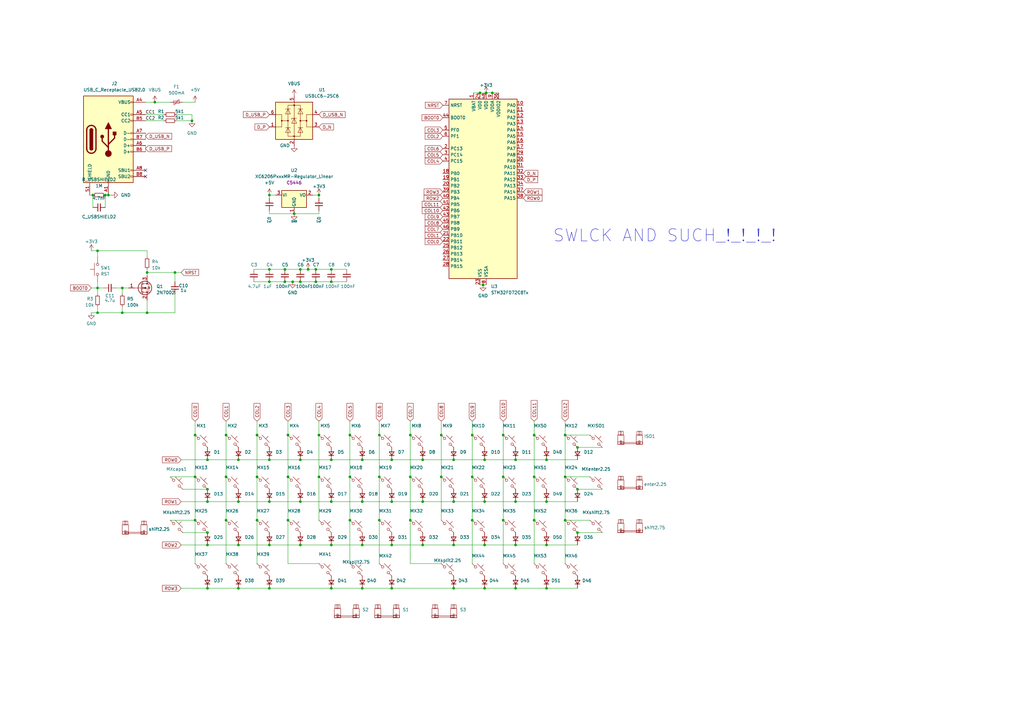
<source format=kicad_sch>
(kicad_sch (version 20230121) (generator eeschema)
  (paper "A3")
  (junction (at 148.59 223.52))
  (junction (at 92.71 213.36))
  (junction (at 193.675 178.435))
  (junction (at 206.375 213.36))
  (junction (at 186.055 205.74))
  (junction (at 105.41 213.36))
  (junction (at 123.19 205.74))
  (junction (at 40.005 118.11))
  (junction (at 231.775 195.58))
  (junction (at 123.19 188.595))
  (junction (at 160.655 241.3))
  (junction (at 160.655 205.74))
  (junction (at 211.455 241.3))
  (junction (at 211.455 205.74))
  (junction (at 196.85 38.1))
  (junction (at 224.155 188.595))
  (junction (at 236.855 183.515))
  (junction (at 224.155 223.52))
  (junction (at 148.59 205.74))
  (junction (at 60.325 128.27))
  (junction (at 236.855 218.44))
  (junction (at 92.71 195.58))
  (junction (at 92.71 178.435))
  (junction (at 224.155 205.74))
  (junction (at 135.89 223.52))
  (junction (at 85.09 200.66))
  (junction (at 135.89 110.49))
  (junction (at 40.005 102.87))
  (junction (at 135.89 205.74))
  (junction (at 135.89 115.57))
  (junction (at 118.11 213.36))
  (junction (at 198.755 205.74))
  (junction (at 143.51 195.58))
  (junction (at 50.165 128.27))
  (junction (at 129.54 115.57))
  (junction (at 38.1 80.01))
  (junction (at 85.09 218.44))
  (junction (at 40.005 128.27))
  (junction (at 110.49 188.595))
  (junction (at 198.755 223.52))
  (junction (at 198.12 116.84))
  (junction (at 198.755 241.3))
  (junction (at 198.755 188.595))
  (junction (at 219.075 178.435))
  (junction (at 110.49 241.3))
  (junction (at 135.89 241.3))
  (junction (at 123.19 223.52))
  (junction (at 186.055 241.3))
  (junction (at 206.375 195.58))
  (junction (at 129.54 110.49))
  (junction (at 211.455 188.595))
  (junction (at 206.375 178.435))
  (junction (at 180.975 195.58))
  (junction (at 180.975 178.435))
  (junction (at 193.675 195.58))
  (junction (at 80.01 195.58))
  (junction (at 110.49 223.52))
  (junction (at 130.81 195.58))
  (junction (at 130.81 178.435))
  (junction (at 231.775 178.435))
  (junction (at 105.41 195.58))
  (junction (at 116.84 110.49))
  (junction (at 44.45 80.01))
  (junction (at 120.65 87.63) (diameter 0.9144))
  (junction (at 143.51 213.36))
  (junction (at 148.59 241.3))
  (junction (at 143.51 178.435))
  (junction (at 97.79 205.74))
  (junction (at 173.355 223.52))
  (junction (at 123.19 110.49))
  (junction (at 60.325 111.76))
  (junction (at 85.09 188.595))
  (junction (at 155.575 213.36))
  (junction (at 173.355 205.74))
  (junction (at 199.39 38.1))
  (junction (at 63.5 41.91))
  (junction (at 110.49 110.49))
  (junction (at 231.775 213.36))
  (junction (at 120.015 115.57))
  (junction (at 168.275 195.58))
  (junction (at 135.89 188.595))
  (junction (at 105.41 178.435))
  (junction (at 130.81 80.01) (diameter 0.9144))
  (junction (at 160.655 223.52))
  (junction (at 168.275 213.36))
  (junction (at 219.075 195.58))
  (junction (at 85.09 223.52))
  (junction (at 116.84 115.57))
  (junction (at 201.93 38.1))
  (junction (at 43.18 80.01))
  (junction (at 110.49 80.01) (diameter 0.9144))
  (junction (at 148.59 188.595))
  (junction (at 118.11 178.435))
  (junction (at 71.755 111.76))
  (junction (at 97.79 223.52))
  (junction (at 118.11 195.58))
  (junction (at 110.49 205.74))
  (junction (at 85.09 241.3))
  (junction (at 168.275 178.435))
  (junction (at 97.79 188.595))
  (junction (at 126.365 110.49))
  (junction (at 110.49 115.57))
  (junction (at 236.855 200.66))
  (junction (at 173.355 188.595))
  (junction (at 155.575 195.58))
  (junction (at 186.055 188.595))
  (junction (at 186.055 223.52))
  (junction (at 78.74 49.53))
  (junction (at 85.09 205.74))
  (junction (at 97.79 241.3))
  (junction (at 80.01 178.435))
  (junction (at 224.155 241.3))
  (junction (at 193.675 213.36))
  (junction (at 80.01 213.36))
  (junction (at 123.19 115.57))
  (junction (at 160.655 188.595))
  (junction (at 155.575 178.435))
  (junction (at 50.165 118.11))
  (junction (at 211.455 223.52))
  (junction (at 219.075 213.36))
  (no_connect (at 59.69 72.39))
  (no_connect (at 59.69 69.85))
  (wire (pts (xy 186.055 241.3) (xy 198.755 241.3)))
  (wire (pts (xy 123.19 223.52) (xy 135.89 223.52)))
  (wire (pts (xy 71.755 120.65) (xy 71.755 128.27)))
  (wire (pts (xy 116.84 115.57) (xy 120.015 115.57)))
  (wire (pts (xy 186.055 188.595) (xy 198.755 188.595)))
  (wire (pts (xy 43.18 80.01) (xy 43.18 85.09)))
  (wire (pts (xy 129.54 110.49) (xy 135.89 110.49)))
  (wire (pts (xy 74.93 41.91) (xy 80.01 41.91)))
  (wire (pts (xy 148.59 205.74) (xy 160.655 205.74)))
  (wire (pts (xy 37.465 102.87) (xy 40.005 102.87)))
  (wire (pts (xy 168.275 195.58) (xy 168.275 213.36)))
  (wire (pts (xy 118.11 172.72) (xy 118.11 178.435)))
  (wire (pts (xy 198.755 223.52) (xy 211.455 223.52)))
  (wire (pts (xy 105.41 195.58) (xy 105.41 213.36)))
  (wire (pts (xy 135.89 188.595) (xy 148.59 188.595)))
  (wire (pts (xy 186.055 223.52) (xy 198.755 223.52)))
  (wire (pts (xy 126.365 110.49) (xy 129.54 110.49)))
  (wire (pts (xy 211.455 188.595) (xy 224.155 188.595)))
  (wire (pts (xy 80.01 213.36) (xy 80.01 231.14)))
  (wire (pts (xy 120.015 115.57) (xy 123.19 115.57)))
  (wire (pts (xy 60.325 123.19) (xy 60.325 128.27)))
  (wire (pts (xy 80.01 178.435) (xy 80.01 195.58)))
  (wire (pts (xy 110.49 110.49) (xy 116.84 110.49)))
  (wire (pts (xy 74.93 218.44) (xy 85.09 218.44)))
  (wire (pts (xy 97.79 223.52) (xy 110.49 223.52)))
  (wire (pts (xy 173.355 188.595) (xy 186.055 188.595)))
  (wire (pts (xy 43.18 80.01) (xy 44.45 80.01)))
  (wire (pts (xy 148.59 241.3) (xy 160.655 241.3)))
  (wire (pts (xy 160.655 223.52) (xy 173.355 223.52)))
  (wire (pts (xy 40.005 128.27) (xy 50.165 128.27)))
  (wire (pts (xy 74.295 223.52) (xy 85.09 223.52)))
  (wire (pts (xy 224.155 188.595) (xy 236.855 188.595)))
  (wire (pts (xy 60.325 128.27) (xy 71.755 128.27)))
  (wire (pts (xy 130.81 86.36) (xy 130.81 87.63)))
  (wire (pts (xy 129.54 115.57) (xy 135.89 115.57)))
  (wire (pts (xy 236.855 200.66) (xy 247.015 200.66)))
  (wire (pts (xy 74.295 205.74) (xy 85.09 205.74)))
  (wire (pts (xy 130.81 178.435) (xy 130.81 195.58)))
  (wire (pts (xy 110.49 188.595) (xy 123.19 188.595)))
  (wire (pts (xy 110.49 86.36) (xy 110.49 87.63)))
  (wire (pts (xy 231.775 172.72) (xy 231.775 178.435)))
  (wire (pts (xy 236.855 218.44) (xy 247.015 218.44)))
  (wire (pts (xy 224.155 223.52) (xy 236.855 223.52)))
  (wire (pts (xy 148.59 188.595) (xy 160.655 188.595)))
  (wire (pts (xy 40.005 102.87) (xy 40.005 105.41)))
  (wire (pts (xy 155.575 213.36) (xy 155.575 231.14)))
  (wire (pts (xy 92.71 195.58) (xy 92.71 213.36)))
  (wire (pts (xy 116.84 110.49) (xy 123.19 110.49)))
  (wire (pts (xy 193.675 195.58) (xy 193.675 213.36)))
  (wire (pts (xy 85.09 205.74) (xy 97.79 205.74)))
  (wire (pts (xy 194.31 38.1) (xy 196.85 38.1)))
  (wire (pts (xy 193.675 178.435) (xy 193.675 195.58)))
  (wire (pts (xy 59.69 41.91) (xy 63.5 41.91)))
  (wire (pts (xy 118.11 178.435) (xy 118.11 195.58)))
  (wire (pts (xy 160.655 241.3) (xy 186.055 241.3)))
  (wire (pts (xy 143.51 195.58) (xy 143.51 213.36)))
  (wire (pts (xy 148.59 223.52) (xy 160.655 223.52)))
  (wire (pts (xy 97.79 241.3) (xy 110.49 241.3)))
  (wire (pts (xy 104.14 110.49) (xy 110.49 110.49)))
  (wire (pts (xy 193.675 172.72) (xy 193.675 178.435)))
  (wire (pts (xy 69.85 195.58) (xy 80.01 195.58)))
  (wire (pts (xy 199.39 38.1) (xy 201.93 38.1)))
  (wire (pts (xy 118.11 231.14) (xy 130.81 231.14)))
  (wire (pts (xy 50.165 128.27) (xy 60.325 128.27)))
  (wire (pts (xy 110.49 80.01) (xy 110.49 81.28)))
  (wire (pts (xy 110.49 115.57) (xy 116.84 115.57)))
  (wire (pts (xy 130.81 195.58) (xy 130.81 213.36)))
  (wire (pts (xy 120.65 87.63) (xy 130.81 87.63)))
  (wire (pts (xy 40.005 125.73) (xy 40.005 128.27)))
  (wire (pts (xy 60.325 111.76) (xy 71.755 111.76)))
  (wire (pts (xy 211.455 241.3) (xy 224.155 241.3)))
  (wire (pts (xy 74.295 188.595) (xy 85.09 188.595)))
  (wire (pts (xy 196.85 116.84) (xy 198.12 116.84)))
  (wire (pts (xy 92.71 178.435) (xy 92.71 195.58)))
  (wire (pts (xy 50.165 118.11) (xy 50.165 120.65)))
  (wire (pts (xy 135.89 110.49) (xy 142.24 110.49)))
  (wire (pts (xy 168.275 231.14) (xy 180.975 231.14)))
  (wire (pts (xy 110.49 223.52) (xy 123.19 223.52)))
  (wire (pts (xy 196.85 38.1) (xy 199.39 38.1)))
  (wire (pts (xy 38.1 80.01) (xy 38.1 85.09)))
  (wire (pts (xy 206.375 213.36) (xy 206.375 231.14)))
  (wire (pts (xy 37.465 118.11) (xy 40.005 118.11)))
  (wire (pts (xy 36.83 80.01) (xy 38.1 80.01)))
  (wire (pts (xy 155.575 172.72) (xy 155.575 178.435)))
  (wire (pts (xy 231.775 178.435) (xy 231.775 195.58)))
  (wire (pts (xy 59.69 54.61) (xy 59.69 57.15)))
  (wire (pts (xy 180.975 172.72) (xy 180.975 178.435)))
  (wire (pts (xy 236.855 183.515) (xy 247.015 183.515)))
  (wire (pts (xy 173.355 205.74) (xy 186.055 205.74)))
  (wire (pts (xy 231.775 213.36) (xy 241.935 213.36)))
  (wire (pts (xy 59.69 49.53) (xy 67.31 49.53)))
  (wire (pts (xy 85.09 241.3) (xy 97.79 241.3)))
  (wire (pts (xy 60.325 102.87) (xy 60.325 105.41)))
  (wire (pts (xy 206.375 178.435) (xy 206.375 195.58)))
  (wire (pts (xy 123.19 205.74) (xy 135.89 205.74)))
  (wire (pts (xy 50.165 118.11) (xy 52.705 118.11)))
  (wire (pts (xy 219.075 172.72) (xy 219.075 178.435)))
  (wire (pts (xy 211.455 205.74) (xy 224.155 205.74)))
  (wire (pts (xy 74.93 200.66) (xy 85.09 200.66)))
  (wire (pts (xy 219.075 195.58) (xy 219.075 213.36)))
  (wire (pts (xy 85.09 223.52) (xy 97.79 223.52)))
  (wire (pts (xy 224.155 241.3) (xy 236.855 241.3)))
  (wire (pts (xy 155.575 195.58) (xy 155.575 213.36)))
  (wire (pts (xy 72.39 46.99) (xy 78.74 46.99)))
  (wire (pts (xy 201.93 38.1) (xy 204.47 38.1)))
  (wire (pts (xy 74.295 241.3) (xy 85.09 241.3)))
  (wire (pts (xy 211.455 223.52) (xy 224.155 223.52)))
  (wire (pts (xy 123.19 115.57) (xy 129.54 115.57)))
  (wire (pts (xy 155.575 178.435) (xy 155.575 195.58)))
  (wire (pts (xy 231.775 178.435) (xy 241.935 178.435)))
  (wire (pts (xy 180.975 195.58) (xy 180.975 213.36)))
  (wire (pts (xy 173.355 223.52) (xy 186.055 223.52)))
  (wire (pts (xy 110.49 80.01) (xy 113.03 80.01)))
  (wire (pts (xy 78.74 46.99) (xy 78.74 49.53)))
  (wire (pts (xy 186.055 205.74) (xy 198.755 205.74)))
  (wire (pts (xy 85.09 188.595) (xy 97.79 188.595)))
  (wire (pts (xy 37.465 128.27) (xy 40.005 128.27)))
  (wire (pts (xy 104.14 115.57) (xy 110.49 115.57)))
  (wire (pts (xy 59.69 59.69) (xy 59.69 62.23)))
  (wire (pts (xy 80.01 172.72) (xy 80.01 178.435)))
  (wire (pts (xy 231.775 213.36) (xy 231.775 231.14)))
  (wire (pts (xy 231.775 195.58) (xy 231.775 213.36)))
  (wire (pts (xy 71.755 111.76) (xy 74.295 111.76)))
  (wire (pts (xy 206.375 172.72) (xy 206.375 178.435)))
  (wire (pts (xy 50.165 125.73) (xy 50.165 128.27)))
  (wire (pts (xy 92.71 172.72) (xy 92.71 178.435)))
  (wire (pts (xy 143.51 178.435) (xy 143.51 195.58)))
  (wire (pts (xy 118.11 213.36) (xy 118.11 231.14)))
  (wire (pts (xy 206.375 195.58) (xy 206.375 213.36)))
  (wire (pts (xy 123.19 188.595) (xy 135.89 188.595)))
  (wire (pts (xy 135.89 241.3) (xy 148.59 241.3)))
  (wire (pts (xy 168.275 178.435) (xy 168.275 195.58)))
  (wire (pts (xy 40.005 118.11) (xy 42.545 118.11)))
  (wire (pts (xy 118.11 195.58) (xy 118.11 213.36)))
  (wire (pts (xy 97.79 188.595) (xy 110.49 188.595)))
  (wire (pts (xy 120.65 87.63) (xy 110.49 87.63)))
  (wire (pts (xy 198.755 188.595) (xy 211.455 188.595)))
  (wire (pts (xy 40.005 115.57) (xy 40.005 118.11)))
  (wire (pts (xy 63.5 41.91) (xy 69.85 41.91)))
  (wire (pts (xy 168.275 172.72) (xy 168.275 178.435)))
  (wire (pts (xy 143.51 172.72) (xy 143.51 178.435)))
  (wire (pts (xy 60.325 110.49) (xy 60.325 111.76)))
  (wire (pts (xy 123.19 110.49) (xy 126.365 110.49)))
  (wire (pts (xy 59.69 46.99) (xy 67.31 46.99)))
  (wire (pts (xy 130.81 172.72) (xy 130.81 178.435)))
  (wire (pts (xy 40.005 102.87) (xy 60.325 102.87)))
  (wire (pts (xy 219.075 178.435) (xy 219.075 195.58)))
  (wire (pts (xy 160.655 205.74) (xy 173.355 205.74)))
  (wire (pts (xy 143.51 213.36) (xy 143.51 231.14)))
  (wire (pts (xy 110.49 241.3) (xy 135.89 241.3)))
  (wire (pts (xy 168.275 213.36) (xy 168.275 231.14)))
  (wire (pts (xy 198.12 116.84) (xy 199.39 116.84)))
  (wire (pts (xy 231.775 195.58) (xy 241.935 195.58)))
  (wire (pts (xy 72.39 49.53) (xy 78.74 49.53)))
  (wire (pts (xy 135.89 223.52) (xy 148.59 223.52)))
  (wire (pts (xy 224.155 205.74) (xy 236.855 205.74)))
  (wire (pts (xy 92.71 213.36) (xy 92.71 231.14)))
  (wire (pts (xy 135.89 115.57) (xy 142.24 115.57)))
  (wire (pts (xy 105.41 178.435) (xy 105.41 195.58)))
  (wire (pts (xy 219.075 213.36) (xy 219.075 231.14)))
  (wire (pts (xy 47.625 118.11) (xy 50.165 118.11)))
  (wire (pts (xy 60.325 111.76) (xy 60.325 113.03)))
  (wire (pts (xy 105.41 213.36) (xy 105.41 231.14)))
  (wire (pts (xy 69.85 213.36) (xy 80.01 213.36)))
  (wire (pts (xy 180.975 178.435) (xy 180.975 195.58)))
  (wire (pts (xy 110.49 205.74) (xy 123.19 205.74)))
  (wire (pts (xy 80.01 195.58) (xy 80.01 213.36)))
  (wire (pts (xy 44.45 80.01) (xy 45.72 80.01)))
  (wire (pts (xy 135.89 205.74) (xy 148.59 205.74)))
  (wire (pts (xy 198.755 241.3) (xy 211.455 241.3)))
  (wire (pts (xy 198.755 205.74) (xy 211.455 205.74)))
  (wire (pts (xy 71.755 111.76) (xy 71.755 115.57)))
  (wire (pts (xy 193.675 213.36) (xy 193.675 231.14)))
  (wire (pts (xy 130.81 80.01) (xy 130.81 81.28)))
  (wire (pts (xy 97.79 205.74) (xy 110.49 205.74)))
  (wire (pts (xy 105.41 172.72) (xy 105.41 178.435)))
  (wire (pts (xy 40.005 118.11) (xy 40.005 120.65)))
  (wire (pts (xy 128.27 80.01) (xy 130.81 80.01)))
  (wire (pts (xy 160.655 188.595) (xy 173.355 188.595)))
  (text "SWLCK AND SUCH_!_!_!_!" (at 226.695 99.695 0) (effects (font (size 5 5)) (justify left bottom)))
  (label "CC2" (at 59.69 49.53 0))
  (label "CC1" (at 59.69 46.99 0))
  (global_label "BOOT0" (shape input) (at 37.465 118.11 180) (property "Intersheetrefs" "${INTERSHEET_REFS}" (effects hide)))
  (global_label "COL5" (shape input) (at 143.51 172.72 90) (property "Intersheetrefs" "${INTERSHEET_REFS}" (effects hide)))
  (global_label "COL2" (shape input) (at 105.41 172.72 90) (property "Intersheetrefs" "${INTERSHEET_REFS}" (effects hide)))
  (global_label "ROW2" (shape input) (at 74.295 223.52 180) (property "Intersheetrefs" "${INTERSHEET_REFS}" (effects hide)))
  (global_label "COL7" (shape input) (at 168.275 172.72 90) (property "Intersheetrefs" "${INTERSHEET_REFS}" (effects hide)))
  (global_label "D_USB_P" (shape input) (at 59.69 60.96 0) (property "Intersheetrefs" "${INTERSHEET_REFS}" (effects hide)))
  (global_label "COL6" (shape input) (at 181.61 60.96 180) (property "Intersheetrefs" "${INTERSHEET_REFS}" (effects hide)))
  (global_label "ROW3" (shape input) (at 181.61 78.74 180) (property "Intersheetrefs" "${INTERSHEET_REFS}" (effects hide)))
  (global_label "ROW0" (shape input) (at 214.63 81.28 0) (property "Intersheetrefs" "${INTERSHEET_REFS}" (effects hide)))
  (global_label "COL2" (shape input) (at 181.61 55.88 180) (property "Intersheetrefs" "${INTERSHEET_REFS}" (effects hide)))
  (global_label "COL4" (shape input) (at 130.81 172.72 90) (property "Intersheetrefs" "${INTERSHEET_REFS}" (effects hide)))
  (global_label "D_USB_P" (shape input) (at 110.49 46.99 180) (property "Intersheetrefs" "${INTERSHEET_REFS}" (effects hide)))
  (global_label "COL7" (shape input) (at 181.61 93.98 180) (property "Intersheetrefs" "${INTERSHEET_REFS}" (effects hide)))
  (global_label "COL3" (shape input) (at 118.11 172.72 90) (property "Intersheetrefs" "${INTERSHEET_REFS}" (effects hide)))
  (global_label "COL12" (shape input) (at 231.775 172.72 90) (property "Intersheetrefs" "${INTERSHEET_REFS}" (effects hide)))
  (global_label "NRST" (shape input) (at 74.295 111.76 0) (property "Intersheetrefs" "${INTERSHEET_REFS}" (effects hide)))
  (global_label "COL11" (shape input) (at 219.075 172.72 90) (property "Intersheetrefs" "${INTERSHEET_REFS}" (effects hide)))
  (global_label "COL1" (shape input) (at 92.71 172.72 90) (property "Intersheetrefs" "${INTERSHEET_REFS}" (effects hide)))
  (global_label "COL0" (shape input) (at 181.61 99.06 180) (property "Intersheetrefs" "${INTERSHEET_REFS}" (effects hide)))
  (global_label "COL8" (shape input) (at 181.61 91.44 180) (property "Intersheetrefs" "${INTERSHEET_REFS}" (effects hide)))
  (global_label "D_N" (shape input) (at 214.63 71.12 0) (property "Intersheetrefs" "${INTERSHEET_REFS}" (effects hide)))
  (global_label "ROW1" (shape input) (at 74.295 205.74 180) (property "Intersheetrefs" "${INTERSHEET_REFS}" (effects hide)))
  (global_label "D_N" (shape input) (at 130.81 52.07 0) (property "Intersheetrefs" "${INTERSHEET_REFS}" (effects hide)))
  (global_label "BOOT0" (shape input) (at 181.61 48.26 180) (property "Intersheetrefs" "${INTERSHEET_REFS}" (effects hide)))
  (global_label "ROW1" (shape input) (at 214.63 78.74 0) (property "Intersheetrefs" "${INTERSHEET_REFS}" (effects hide)))
  (global_label "NRST" (shape input) (at 181.61 43.18 180) (property "Intersheetrefs" "${INTERSHEET_REFS}" (effects hide)))
  (global_label "COL11" (shape input) (at 181.61 83.82 180) (property "Intersheetrefs" "${INTERSHEET_REFS}" (effects hide)))
  (global_label "ROW3" (shape input) (at 74.295 241.3 180) (property "Intersheetrefs" "${INTERSHEET_REFS}" (effects hide)))
  (global_label "D_P" (shape input) (at 110.49 52.07 180) (property "Intersheetrefs" "${INTERSHEET_REFS}" (effects hide)))
  (global_label "D_USB_N" (shape input) (at 59.69 55.88 0) (property "Intersheetrefs" "${INTERSHEET_REFS}" (effects hide)))
  (global_label "COL0" (shape input) (at 80.01 172.72 90) (property "Intersheetrefs" "${INTERSHEET_REFS}" (effects hide)))
  (global_label "ROW0" (shape input) (at 74.295 188.595 180) (property "Intersheetrefs" "${INTERSHEET_REFS}" (effects hide)))
  (global_label "D_USB_N" (shape input) (at 130.81 46.99 0) (property "Intersheetrefs" "${INTERSHEET_REFS}" (effects hide)))
  (global_label "COL9" (shape input) (at 181.61 88.9 180) (property "Intersheetrefs" "${INTERSHEET_REFS}" (effects hide)))
  (global_label "COL3" (shape input) (at 181.61 53.34 180) (property "Intersheetrefs" "${INTERSHEET_REFS}" (effects hide)))
  (global_label "COL1" (shape input) (at 181.61 96.52 180) (property "Intersheetrefs" "${INTERSHEET_REFS}" (effects hide)))
  (global_label "COL6" (shape input) (at 155.575 172.72 90) (property "Intersheetrefs" "${INTERSHEET_REFS}" (effects hide)))
  (global_label "COL8" (shape input) (at 180.975 172.72 90) (property "Intersheetrefs" "${INTERSHEET_REFS}" (effects hide)))
  (global_label "COL10" (shape input) (at 181.61 86.36 180) (property "Intersheetrefs" "${INTERSHEET_REFS}" (effects hide)))
  (global_label "COL5" (shape input) (at 181.61 63.5 180) (property "Intersheetrefs" "${INTERSHEET_REFS}" (effects hide)))
  (global_label "COL9" (shape input) (at 193.675 172.72 90) (property "Intersheetrefs" "${INTERSHEET_REFS}" (effects hide)))
  (global_label "COL4" (shape input) (at 181.61 66.04 180) (property "Intersheetrefs" "${INTERSHEET_REFS}" (effects hide)))
  (global_label "ROW2" (shape input) (at 181.61 81.28 180) (property "Intersheetrefs" "${INTERSHEET_REFS}" (effects hide)))
  (global_label "D_P" (shape input) (at 214.63 73.66 0) (property "Intersheetrefs" "${INTERSHEET_REFS}" (effects hide)))
  (global_label "COL10" (shape input) (at 206.375 172.72 90) (property "Intersheetrefs" "${INTERSHEET_REFS}" (effects hide)))
  (symbol (lib_id "PCM_marbastlib-mx:MX_SW_HS") (at 244.475 180.975 0) (unit 1)
    (property "Reference" "MXISO1" (at 244.475 174.625 0))
    (property "Value" "MX_SW_HS" (effects hide))
    (property "Footprint" "PCM_marbastlib-mx:SW_MX_1u" (effects hide))
  )
  (symbol (lib_id "PCM_marbastlib-mx:MX_SW_HS") (at 183.515 215.9 0) (unit 1)
    (property "Reference" "MX33" (at 183.515 209.55 0))
    (property "Value" "MX_SW_HS" (effects hide))
    (property "Footprint" "PCM_marbastlib-mx:SW_MX_1u" (effects hide))
  )
  (symbol (lib_id "Device:D_Small") (at 186.055 238.76 90) (unit 1)
    (property "Reference" "D43" (at 187.96 238.125 90) (effects (justify right)))
    (property "Value" "D_Small" (effects hide))
    (property "Footprint" "Diode_SMD:D_SOD-123F" (effects hide))
    (property "Sim.Device" "D" (effects hide))
    (property "Sim.Pins" "1=K 2=A" (effects hide))
  )
  (symbol (lib_id "Device:C_Small") (at 129.54 113.03 0) (unit 1)
    (property "Reference" "C7" (at 128.27 108.585 0) (effects (justify left)))
    (property "Value" "100nF" (at 127 117.475 0) (effects (justify left)))
    (property "Footprint" "Capacitor_SMD:C_0603_1608Metric" (effects hide))
  )
  (symbol (lib_name "GND_3") (lib_id "power:GND") (at 37.465 128.27 0) (unit 1)
    (property "Reference" "#PWR014" (effects hide))
    (property "Value" "GND" (at 37.465 132.715 0))
  )
  (symbol (lib_id "PCM_marbastlib-mx:MX_SW_HS") (at 196.215 198.12 0) (unit 1)
    (property "Reference" "MX22" (at 196.215 191.77 0))
    (property "Value" "MX_SW_HS" (effects hide))
    (property "Footprint" "PCM_marbastlib-mx:SW_MX_1u" (effects hide))
  )
  (symbol (lib_id "PCM_marbastlib-mx:MX_SW_HS") (at 208.915 198.12 0) (unit 1)
    (property "Reference" "MX23" (at 208.915 191.77 0))
    (property "Value" "MX_SW_HS" (effects hide))
    (property "Footprint" "PCM_marbastlib-mx:SW_MX_1u" (effects hide))
  )
  (symbol (lib_id "Device:D_Small") (at 224.155 186.055 90) (unit 1)
    (property "Reference" "D48" (at 226.695 185.42 90) (effects (justify right)))
    (property "Value" "D_Small" (effects hide))
    (property "Footprint" "Diode_SMD:D_SOD-123F" (effects hide))
    (property "Sim.Device" "D" (effects hide))
    (property "Sim.Pins" "1=K 2=A" (effects hide))
  )
  (symbol (lib_id "Device:D_Small") (at 85.09 186.055 90) (unit 1)
    (property "Reference" "D1" (at 87.63 185.42 90) (effects (justify right)))
    (property "Value" "D_Small" (effects hide))
    (property "Footprint" "Diode_SMD:D_SOD-123F" (effects hide))
    (property "Sim.Device" "D" (effects hide))
    (property "Sim.Pins" "1=K 2=A" (effects hide))
  )
  (symbol (lib_id "PCM_marbastlib-mx:MX_SW_HS") (at 82.55 233.68 0) (unit 1)
    (property "Reference" "MX37" (at 82.55 227.33 0))
    (property "Value" "MX_SW_HS" (effects hide))
    (property "Footprint" "PCM_marbastlib-mx:SW_MX_1.25u" (effects hide))
  )
  (symbol (lib_id "PCM_marbastlib-mx:MX_SW_HS") (at 208.915 180.975 0) (unit 1)
    (property "Reference" "MX11" (at 208.915 174.625 0))
    (property "Value" "MX_SW_HS" (effects hide))
    (property "Footprint" "PCM_marbastlib-mx:SW_MX_1u" (effects hide))
  )
  (symbol (lib_id "Device:D_Small") (at 148.59 203.2 90) (unit 1)
    (property "Reference" "D18" (at 151.13 202.565 90) (effects (justify right)))
    (property "Value" "D_Small" (effects hide))
    (property "Footprint" "Diode_SMD:D_SOD-123F" (effects hide))
    (property "Sim.Device" "D" (effects hide))
    (property "Sim.Pins" "1=K 2=A" (effects hide))
  )
  (symbol (lib_id "Device:D_Small") (at 198.755 238.76 90) (unit 1)
    (property "Reference" "D44" (at 200.66 238.125 90) (effects (justify right)))
    (property "Value" "D_Small" (effects hide))
    (property "Footprint" "Diode_SMD:D_SOD-123F" (effects hide))
    (property "Sim.Device" "D" (effects hide))
    (property "Sim.Pins" "1=K 2=A" (effects hide))
  )
  (symbol (lib_id "Device:C_Small") (at 130.81 83.82 180) (unit 1)
    (property "Reference" "C2" (at 130.81 89.535 0) (effects (font (size 0.762 0.762))))
    (property "Value" "1uF" (at 130.81 90.805 0) (effects (font (size 0.762 0.762))))
    (property "Footprint" "Capacitor_SMD:C_0603_1608Metric" (effects hide))
    (property "LCSC" "C52923" (effects hide))
  )
  (symbol (lib_id "PCM_marbastlib-mx:MX_SW_HS") (at 107.95 215.9 0) (unit 1)
    (property "Reference" "MX27" (at 107.95 209.55 0))
    (property "Value" "MX_SW_HS" (effects hide))
    (property "Footprint" "PCM_marbastlib-mx:SW_MX_1u" (effects hide))
  )
  (symbol (lib_id "PCM_marbastlib-mx:MX_SW_HS") (at 133.35 180.975 0) (unit 1)
    (property "Reference" "MX5" (at 133.35 174.625 0))
    (property "Value" "MX_SW_HS" (effects hide))
    (property "Footprint" "PCM_marbastlib-mx:SW_MX_1u" (effects hide))
  )
  (symbol (lib_id "MCU_ST_STM32F0:STM32F072C8Tx") (at 196.85 78.74 0) (unit 1)
    (property "Reference" "U3" (at 201.3459 117.475 0) (effects (justify left)))
    (property "Value" "STM32F072C8Tx" (at 201.3459 120.015 0) (effects (justify left)))
    (property "Footprint" "Package_QFP:LQFP-48_7x7mm_P0.5mm" (effects hide))
    (property "Datasheet" "https://www.st.com/resource/en/datasheet/stm32f072c8.pdf" (effects hide))
  )
  (symbol (lib_id "Device:D_Small") (at 85.09 220.98 90) (unit 1)
    (property "Reference" "D25" (at 87.63 220.345 90) (effects (justify right)))
    (property "Value" "D_Small" (effects hide))
    (property "Footprint" "Diode_SMD:D_SOD-123F" (effects hide))
    (property "Sim.Device" "D" (effects hide))
    (property "Sim.Pins" "1=K 2=A" (effects hide))
  )
  (symbol (lib_id "Device:D_Small") (at 135.89 220.98 90) (unit 1)
    (property "Reference" "D29" (at 138.43 220.345 90) (effects (justify right)))
    (property "Value" "D_Small" (effects hide))
    (property "Footprint" "Diode_SMD:D_SOD-123F" (effects hide))
    (property "Sim.Device" "D" (effects hide))
    (property "Sim.Pins" "1=K 2=A" (effects hide))
  )
  (symbol (lib_id "Device:D_Small") (at 236.855 238.76 90) (unit 1)
    (property "Reference" "D46" (at 238.76 238.125 90) (effects (justify right)))
    (property "Value" "D_Small" (effects hide))
    (property "Footprint" "Diode_SMD:D_SOD-123F" (effects hide))
    (property "Sim.Device" "D" (effects hide))
    (property "Sim.Pins" "1=K 2=A" (effects hide))
  )
  (symbol (lib_id "power:+3V3") (at 199.39 38.1 0) (unit 1)
    (property "Reference" "#PWR011" (effects hide))
    (property "Value" "+3V3" (at 199.39 34.925 0))
  )
  (symbol (lib_id "Device:D_Small") (at 211.455 238.76 90) (unit 1)
    (property "Reference" "D45" (at 213.36 238.125 90) (effects (justify right)))
    (property "Value" "D_Small" (effects hide))
    (property "Footprint" "Diode_SMD:D_SOD-123F" (effects hide))
    (property "Sim.Device" "D" (effects hide))
    (property "Sim.Pins" "1=K 2=A" (effects hide))
  )
  (symbol (lib_id "PCM_marbastlib-mx:MX_SW_HS") (at 133.35 198.12 0) (unit 1)
    (property "Reference" "MX17" (at 133.35 191.77 0))
    (property "Value" "MX_SW_HS" (effects hide))
    (property "Footprint" "PCM_marbastlib-mx:SW_MX_1u" (effects hide))
  )
  (symbol (lib_id "power:GND") (at 45.72 80.01 90) (unit 1)
    (property "Reference" "#PWR013" (effects hide))
    (property "Value" "GND" (at 49.53 80.0099 90) (effects (justify right)))
  )
  (symbol (lib_id "Device:R_Small") (at 69.85 46.99 90) (unit 1)
    (property "Reference" "R1" (at 66.04 45.72 90))
    (property "Value" "5k1" (at 73.66 45.72 90))
    (property "Footprint" "Resistor_SMD:R_0603_1608Metric" (effects hide))
    (property "LCSC" "C25905" (effects hide))
  )
  (symbol (lib_id "Device:R_Small") (at 40.64 80.01 90) (unit 1)
    (property "Reference" "R_USBSHIELD2" (at 40.64 73.66 90))
    (property "Value" "1M" (at 40.64 76.2 90))
    (property "Footprint" "Resistor_SMD:R_0603_1608Metric" (effects hide))
  )
  (symbol (lib_id "Device:C_Small") (at 110.49 83.82 180) (unit 1)
    (property "Reference" "C1" (at 110.49 89.535 0) (effects (font (size 0.762 0.762))))
    (property "Value" "1uF" (at 110.49 90.805 0) (effects (font (size 0.762 0.762))))
    (property "Footprint" "Capacitor_SMD:C_0603_1608Metric" (effects hide))
    (property "LCSC" "C52923" (effects hide))
  )
  (symbol (lib_name "GND_1") (lib_id "power:GND") (at 120.015 115.57 0) (unit 1)
    (property "Reference" "#PWR07" (effects hide))
    (property "Value" "GND" (at 120.015 120.015 0))
  )
  (symbol (lib_id "PCM_marbastlib-mx:MX_stab") (at 142.24 250.825 0) (unit 1)
    (property "Reference" "S2" (at 148.59 250.063 0) (effects (justify left)))
    (property "Value" "MX_stab" (effects hide))
    (property "Footprint" "PCM_marbastlib-mx:STAB_MX_P_2.25u" (effects hide))
  )
  (symbol (lib_id "PCM_marbastlib-mx:MX_SW_HS") (at 107.95 233.68 0) (unit 1)
    (property "Reference" "MX39" (at 107.95 227.33 0))
    (property "Value" "MX_SW_HS" (effects hide))
    (property "Footprint" "PCM_marbastlib-mx:SW_MX_1.25u" (effects hide))
  )
  (symbol (lib_id "Device:D_Small") (at 97.79 238.76 90) (unit 1)
    (property "Reference" "D38" (at 100.33 238.125 90) (effects (justify right)))
    (property "Value" "D_Small" (effects hide))
    (property "Footprint" "Diode_SMD:D_SOD-123F" (effects hide))
    (property "Sim.Device" "D" (effects hide))
    (property "Sim.Pins" "1=K 2=A" (effects hide))
  )
  (symbol (lib_id "power:VBUS") (at 120.65 39.37 0) (unit 1)
    (property "Reference" "#PWR01" (effects hide))
    (property "Value" "VBUS" (at 120.65 34.29 0))
  )
  (symbol (lib_id "Device:D_Small") (at 148.59 186.055 90) (unit 1)
    (property "Reference" "D6" (at 151.13 185.42 90) (effects (justify right)))
    (property "Value" "D_Small" (effects hide))
    (property "Footprint" "Diode_SMD:D_SOD-123F" (effects hide))
    (property "Sim.Device" "D" (effects hide))
    (property "Sim.Pins" "1=K 2=A" (effects hide))
  )
  (symbol (lib_id "Device:D_Small") (at 160.655 186.055 90) (unit 1)
    (property "Reference" "D7" (at 163.195 185.42 90) (effects (justify right)))
    (property "Value" "D_Small" (effects hide))
    (property "Footprint" "Diode_SMD:D_SOD-123F" (effects hide))
    (property "Sim.Device" "D" (effects hide))
    (property "Sim.Pins" "1=K 2=A" (effects hide))
  )
  (symbol (lib_id "power:VBUS") (at 63.5 41.91 0) (unit 1)
    (property "Reference" "#PWR08" (effects hide))
    (property "Value" "VBUS" (at 63.5 36.83 0))
  )
  (symbol (lib_id "Device:D_Small") (at 173.355 203.2 90) (unit 1)
    (property "Reference" "D20" (at 175.895 202.565 90) (effects (justify right)))
    (property "Value" "D_Small" (effects hide))
    (property "Footprint" "Diode_SMD:D_SOD-123F" (effects hide))
    (property "Sim.Device" "D" (effects hide))
    (property "Sim.Pins" "1=K 2=A" (effects hide))
  )
  (symbol (lib_id "power:+3.3V") (at 130.81 80.01 0) (unit 1)
    (property "Reference" "#PWR04" (effects hide))
    (property "Value" "+3.3V" (at 130.81 76.4626 0))
  )
  (symbol (lib_id "Device:C_Small") (at 45.085 118.11 90) (unit 1)
    (property "Reference" "C11" (at 45.085 121.285 90))
    (property "Value" "4.7u" (at 45.085 123.19 90))
    (property "Footprint" "Capacitor_SMD:C_0603_1608Metric" (effects hide))
  )
  (symbol (lib_id "Device:D_Small") (at 211.455 203.2 90) (unit 1)
    (property "Reference" "D23" (at 213.995 202.565 90) (effects (justify right)))
    (property "Value" "D_Small" (effects hide))
    (property "Footprint" "Diode_SMD:D_SOD-123F" (effects hide))
    (property "Sim.Device" "D" (effects hide))
    (property "Sim.Pins" "1=K 2=A" (effects hide))
  )
  (symbol (lib_id "Device:D_Small") (at 160.655 238.76 90) (unit 1)
    (property "Reference" "D42" (at 162.56 238.125 90) (effects (justify right)))
    (property "Value" "D_Small" (effects hide))
    (property "Footprint" "Diode_SMD:D_SOD-123F" (effects hide))
    (property "Sim.Device" "D" (effects hide))
    (property "Sim.Pins" "1=K 2=A" (effects hide))
  )
  (symbol (lib_id "Device:D_Small") (at 224.155 220.98 90) (unit 1)
    (property "Reference" "D50" (at 226.695 220.345 90) (effects (justify right)))
    (property "Value" "D_Small" (effects hide))
    (property "Footprint" "Diode_SMD:D_SOD-123F" (effects hide))
    (property "Sim.Device" "D" (effects hide))
    (property "Sim.Pins" "1=K 2=A" (effects hide))
  )
  (symbol (lib_id "PCM_marbastlib-mx:MX_SW_HS") (at 183.515 180.975 0) (unit 1)
    (property "Reference" "MX9" (at 183.515 174.625 0))
    (property "Value" "MX_SW_HS" (effects hide))
    (property "Footprint" "PCM_marbastlib-mx:SW_MX_1u" (effects hide))
  )
  (symbol (lib_id "PCM_marbastlib-mx:MX_SW_HS") (at 95.25 215.9 0) (unit 1)
    (property "Reference" "MX26" (at 95.25 209.55 0))
    (property "Value" "MX_SW_HS" (effects hide))
    (property "Footprint" "PCM_marbastlib-mx:SW_MX_1u" (effects hide))
  )
  (symbol (lib_id "Device:D_Small") (at 148.59 238.76 90) (unit 1)
    (property "Reference" "D40" (at 150.495 238.125 90) (effects (justify right)))
    (property "Value" "D_Small" (effects hide))
    (property "Footprint" "Diode_SMD:D_SOD-123F" (effects hide))
    (property "Sim.Device" "D" (effects hide))
    (property "Sim.Pins" "1=K 2=A" (effects hide))
  )
  (symbol (lib_id "Device:D_Small") (at 236.855 220.98 90) (unit 1)
    (property "Reference" "D36" (at 239.395 220.345 90) (effects (justify right)))
    (property "Value" "D_Small" (effects hide))
    (property "Footprint" "Diode_SMD:D_SOD-123F" (effects hide))
    (property "Sim.Device" "D" (effects hide))
    (property "Sim.Pins" "1=K 2=A" (effects hide))
  )
  (symbol (lib_id "Device:C_Small") (at 116.84 113.03 0) (unit 1)
    (property "Reference" "C5" (at 115.57 108.585 0) (effects (justify left)))
    (property "Value" "100nF" (at 113.03 117.475 0) (effects (justify left)))
    (property "Footprint" "Capacitor_SMD:C_0603_1608Metric" (effects hide))
  )
  (symbol (lib_id "Device:R_Small") (at 60.325 107.95 0) (unit 1)
    (property "Reference" "R4" (at 62.23 107.315 0) (effects (justify left)))
    (property "Value" "10k" (at 62.23 109.855 0) (effects (justify left)))
    (property "Footprint" "Resistor_SMD:R_0603_1608Metric" (effects hide))
  )
  (symbol (lib_id "Device:D_Small") (at 186.055 186.055 90) (unit 1)
    (property "Reference" "D9" (at 188.595 185.42 90) (effects (justify right)))
    (property "Value" "D_Small" (effects hide))
    (property "Footprint" "Diode_SMD:D_SOD-123F" (effects hide))
    (property "Sim.Device" "D" (effects hide))
    (property "Sim.Pins" "1=K 2=A" (effects hide))
  )
  (symbol (lib_id "PCM_marbastlib-mx:MX_SW_HS") (at 95.25 180.975 0) (unit 1)
    (property "Reference" "MX2" (at 95.25 174.625 0))
    (property "Value" "MX_SW_HS" (effects hide))
    (property "Footprint" "PCM_marbastlib-mx:SW_MX_1u" (effects hide))
  )
  (symbol (lib_id "PCM_marbastlib-mx:MX_SW_HS") (at 133.35 215.9 0) (unit 1)
    (property "Reference" "MX29" (at 133.35 209.55 0))
    (property "Value" "MX_SW_HS" (effects hide))
    (property "Footprint" "PCM_marbastlib-mx:SW_MX_1u" (effects hide))
  )
  (symbol (lib_id "Device:C_Small") (at 104.14 113.03 0) (unit 1)
    (property "Reference" "C3" (at 102.87 108.585 0) (effects (justify left)))
    (property "Value" "4.7uF" (at 101.6 117.475 0) (effects (justify left)))
    (property "Footprint" "Capacitor_SMD:C_0603_1608Metric" (effects hide))
  )
  (symbol (lib_id "power:+3V3") (at 126.365 110.49 0) (unit 1)
    (property "Reference" "#PWR06" (effects hide))
    (property "Value" "+3V3" (at 126.365 106.68 0))
  )
  (symbol (lib_id "PCM_marbastlib-mx:MX_stab") (at 182.245 250.825 0) (unit 1)
    (property "Reference" "S3" (at 188.595 250.063 0) (effects (justify left)))
    (property "Value" "MX_stab" (effects hide))
    (property "Footprint" "PCM_marbastlib-mx:STAB_MX_P_2.75u" (effects hide))
  )
  (symbol (lib_id "PCM_marbastlib-mx:MX_SW_HS") (at 208.915 233.68 0) (unit 1)
    (property "Reference" "MX45" (at 208.915 227.965 0))
    (property "Value" "MX_SW_HS" (effects hide))
    (property "Footprint" "PCM_marbastlib-mx:SW_MX_1.25u" (effects hide))
  )
  (symbol (lib_id "Device:D_Small") (at 97.79 186.055 90) (unit 1)
    (property "Reference" "D2" (at 100.33 185.42 90) (effects (justify right)))
    (property "Value" "D_Small" (effects hide))
    (property "Footprint" "Diode_SMD:D_SOD-123F" (effects hide))
    (property "Sim.Device" "D" (effects hide))
    (property "Sim.Pins" "1=K 2=A" (effects hide))
  )
  (symbol (lib_id "power:+5V") (at 110.49 80.01 0) (unit 1)
    (property "Reference" "#PWR03" (effects hide))
    (property "Value" "+5V" (at 110.49 74.93 0))
  )
  (symbol (lib_id "PCM_marbastlib-mx:MX_SW_HS") (at 208.915 215.9 0) (unit 1)
    (property "Reference" "MX35" (at 208.915 209.55 0))
    (property "Value" "MX_SW_HS" (effects hide))
    (property "Footprint" "PCM_marbastlib-mx:SW_MX_1u" (effects hide))
  )
  (symbol (lib_id "Device:D_Small") (at 110.49 203.2 90) (unit 1)
    (property "Reference" "D15" (at 113.03 202.565 90) (effects (justify right)))
    (property "Value" "D_Small" (effects hide))
    (property "Footprint" "Diode_SMD:D_SOD-123F" (effects hide))
    (property "Sim.Device" "D" (effects hide))
    (property "Sim.Pins" "1=K 2=A" (effects hide))
  )
  (symbol (lib_id "Device:C_Small") (at 40.64 85.09 90) (unit 1)
    (property "Reference" "C_USBSHIELD2" (at 40.64 88.9 90))
    (property "Value" "4.7nF" (at 40.6463 81.28 90))
    (property "Footprint" "Capacitor_SMD:C_0603_1608Metric" (effects hide))
  )
  (symbol (lib_id "Device:D_Small") (at 97.79 220.98 90) (unit 1)
    (property "Reference" "D26" (at 100.33 220.345 90) (effects (justify right)))
    (property "Value" "D_Small" (effects hide))
    (property "Footprint" "Diode_SMD:D_SOD-123F" (effects hide))
    (property "Sim.Device" "D" (effects hide))
    (property "Sim.Pins" "1=K 2=A" (effects hide))
  )
  (symbol (lib_id "Device:C_Small") (at 142.24 113.03 0) (unit 1)
    (property "Reference" "C9" (at 140.97 108.585 0) (effects (justify left)))
    (property "Value" "100nF" (at 139.7 117.475 0) (effects (justify left)))
    (property "Footprint" "Capacitor_SMD:C_0603_1608Metric" (effects hide))
  )
  (symbol (lib_id "Device:D_Small") (at 110.49 186.055 90) (unit 1)
    (property "Reference" "D3" (at 113.03 185.42 90) (effects (justify right)))
    (property "Value" "D_Small" (effects hide))
    (property "Footprint" "Diode_SMD:D_SOD-123F" (effects hide))
    (property "Sim.Device" "D" (effects hide))
    (property "Sim.Pins" "1=K 2=A" (effects hide))
  )
  (symbol (lib_id "Device:D_Small") (at 135.89 238.76 90) (unit 1)
    (property "Reference" "D41" (at 138.43 238.125 90) (effects (justify right)))
    (property "Value" "D_Small" (effects hide))
    (property "Footprint" "Diode_SMD:D_SOD-123F" (effects hide))
    (property "Sim.Device" "D" (effects hide))
    (property "Sim.Pins" "1=K 2=A" (effects hide))
  )
  (symbol (lib_id "power:GND") (at 120.65 59.69 0) (unit 1)
    (property "Reference" "#PWR02" (effects hide))
    (property "Value" "GND" (at 116.84 59.69 0))
  )
  (symbol (lib_id "Device:D_Small") (at 160.655 203.2 90) (unit 1)
    (property "Reference" "D19" (at 163.195 202.565 90) (effects (justify right)))
    (property "Value" "D_Small" (effects hide))
    (property "Footprint" "Diode_SMD:D_SOD-123F" (effects hide))
    (property "Sim.Device" "D" (effects hide))
    (property "Sim.Pins" "1=K 2=A" (effects hide))
  )
  (symbol (lib_id "Connector:USB_C_Receptacle_USB2.0") (at 44.45 57.15 0) (unit 1)
    (property "Reference" "J2" (at 46.9265 34.29 0))
    (property "Value" "USB_C_Receptacle_USB2.0" (at 46.9265 36.83 0))
    (property "Footprint" "Connector_USB:USB_C_Receptacle_HRO_TYPE-C-31-M-12" (effects hide))
    (property "Datasheet" "https://www.usb.org/sites/default/files/documents/usb_type-c.zip" (effects hide))
    (property "LCSC" "C165948" (effects hide))
  )
  (symbol (lib_id "PCM_marbastlib-mx:MX_SW_HS") (at 158.115 198.12 0) (unit 1)
    (property "Reference" "MX19" (at 158.115 191.77 0))
    (property "Value" "MX_SW_HS" (effects hide))
    (property "Footprint" "PCM_marbastlib-mx:SW_MX_1u" (effects hide))
  )
  (symbol (lib_id "Device:D_Small") (at 135.89 186.055 90) (unit 1)
    (property "Reference" "D5" (at 138.43 185.42 90) (effects (justify right)))
    (property "Value" "D_Small" (effects hide))
    (property "Footprint" "Diode_SMD:D_SOD-123F" (effects hide))
    (property "Sim.Device" "D" (effects hide))
    (property "Sim.Pins" "1=K 2=A" (effects hide))
  )
  (symbol (lib_id "Device:D_Small") (at 110.49 220.98 90) (unit 1)
    (property "Reference" "D27" (at 113.03 220.345 90) (effects (justify right)))
    (property "Value" "D_Small" (effects hide))
    (property "Footprint" "Diode_SMD:D_SOD-123F" (effects hide))
    (property "Sim.Device" "D" (effects hide))
    (property "Sim.Pins" "1=K 2=A" (effects hide))
  )
  (symbol (lib_id "Device:D_Small") (at 123.19 203.2 90) (unit 1)
    (property "Reference" "D16" (at 125.73 202.565 90) (effects (justify right)))
    (property "Value" "D_Small" (effects hide))
    (property "Footprint" "Diode_SMD:D_SOD-123F" (effects hide))
    (property "Sim.Device" "D" (effects hide))
    (property "Sim.Pins" "1=K 2=A" (effects hide))
  )
  (symbol (lib_id "PCM_marbastlib-mx:MX_SW_HS") (at 95.25 233.68 0) (unit 1)
    (property "Reference" "MX38" (at 95.25 227.33 0))
    (property "Value" "MX_SW_HS" (effects hide))
    (property "Footprint" "PCM_marbastlib-mx:SW_MX_1u" (effects hide))
  )
  (symbol (lib_id "Device:C_Small") (at 110.49 113.03 0) (unit 1)
    (property "Reference" "C4" (at 109.22 108.585 0) (effects (justify left)))
    (property "Value" "1uF" (at 107.95 117.475 0) (effects (justify left)))
    (property "Footprint" "Capacitor_SMD:C_0603_1608Metric" (effects hide))
  )
  (symbol (lib_id "Device:D_Small") (at 224.155 238.76 90) (unit 1)
    (property "Reference" "D51" (at 226.06 238.125 90) (effects (justify right)))
    (property "Value" "D_Small" (effects hide))
    (property "Footprint" "Diode_SMD:D_SOD-123F" (effects hide))
    (property "Sim.Device" "D" (effects hide))
    (property "Sim.Pins" "1=K 2=A" (effects hide))
  )
  (symbol (lib_id "Device:D_Small") (at 173.355 186.055 90) (unit 1)
    (property "Reference" "D8" (at 175.895 185.42 90) (effects (justify right)))
    (property "Value" "D_Small" (effects hide))
    (property "Footprint" "Diode_SMD:D_SOD-123F" (effects hide))
    (property "Sim.Device" "D" (effects hide))
    (property "Sim.Pins" "1=K 2=A" (effects hide))
  )
  (symbol (lib_id "Device:Polyfuse_Small") (at 72.39 41.91 90) (unit 1)
    (property "Reference" "F1" (at 72.39 35.56 90))
    (property "Value" "500mA" (at 72.39 38.1 90))
    (property "Footprint" "Fuse:Fuse_1206_3216Metric" (effects hide))
    (property "LCSC" "C70076" (effects hide))
  )
  (symbol (lib_id "PCM_marbastlib-mx:MX_SW_HS") (at 158.115 180.975 0) (unit 1)
    (property "Reference" "MX7" (at 158.115 174.625 0))
    (property "Value" "MX_SW_HS" (effects hide))
    (property "Footprint" "PCM_marbastlib-mx:SW_MX_1u" (effects hide))
  )
  (symbol (lib_id "PCM_marbastlib-mx:MX_SW_HS") (at 234.315 215.9 0) (unit 1)
    (property "Reference" "MX36" (at 234.315 209.55 0))
    (property "Value" "MX_SW_HS" (effects hide))
    (property "Footprint" "PCM_marbastlib-mx:SW_MX_1.75u" (effects hide))
  )
  (symbol (lib_id "PCM_marbastlib-mx:MX_SW_HS") (at 107.95 180.975 0) (unit 1)
    (property "Reference" "MX3" (at 107.95 174.625 0))
    (property "Value" "MX_SW_HS" (effects hide))
    (property "Footprint" "PCM_marbastlib-mx:SW_MX_1u" (effects hide))
  )
  (symbol (lib_id "Device:D_Small") (at 148.59 220.98 90) (unit 1)
    (property "Reference" "D30" (at 151.13 220.345 90) (effects (justify right)))
    (property "Value" "D_Small" (effects hide))
    (property "Footprint" "Diode_SMD:D_SOD-123F" (effects hide))
    (property "Sim.Device" "D" (effects hide))
    (property "Sim.Pins" "1=K 2=A" (effects hide))
  )
  (symbol (lib_id "Device:D_Small") (at 186.055 220.98 90) (unit 1)
    (property "Reference" "D33" (at 188.595 220.345 90) (effects (justify right)))
    (property "Value" "D_Small" (effects hide))
    (property "Footprint" "Diode_SMD:D_SOD-123F" (effects hide))
    (property "Sim.Device" "D" (effects hide))
    (property "Sim.Pins" "1=K 2=A" (effects hide))
  )
  (symbol (lib_id "PCM_marbastlib-mx:MX_stab") (at 55.245 216.535 0) (unit 1)
    (property "Reference" "shift2.25" (at 60.96 217.043 0) (effects (justify left)))
    (property "Value" "MX_stab" (effects hide))
    (property "Footprint" "PCM_marbastlib-mx:STAB_MX_P_2.25u" (effects hide))
  )
  (symbol (lib_id "PCM_marbastlib-mx:MX_SW_HS") (at 221.615 198.12 0) (unit 1)
    (property "Reference" "MX51" (at 221.615 191.77 0))
    (property "Value" "MX_SW_HS" (effects hide))
    (property "Footprint" "PCM_marbastlib-mx:SW_MX_1u" (effects hide))
  )
  (symbol (lib_id "PCM_marbastlib-mx:MX_SW_HS") (at 244.475 215.9 0) (unit 1)
    (property "Reference" "MXshift2.75" (at 244.475 210.185 0))
    (property "Value" "MX_SW_HS" (effects hide))
    (property "Footprint" "PCM_marbastlib-mx:SW_MX_1u" (effects hide))
  )
  (symbol (lib_id "PCM_marbastlib-mx:MX_SW_HS") (at 82.55 180.975 0) (unit 1)
    (property "Reference" "MX1" (at 82.55 174.625 0))
    (property "Value" "MX_SW_HS" (effects hide))
    (property "Footprint" "PCM_marbastlib-mx:SW_MX_1.5u" (effects hide))
  )
  (symbol (lib_id "Device:D_Small") (at 211.455 220.98 90) (unit 1)
    (property "Reference" "D35" (at 213.995 220.345 90) (effects (justify right)))
    (property "Value" "D_Small" (effects hide))
    (property "Footprint" "Diode_SMD:D_SOD-123F" (effects hide))
    (property "Sim.Device" "D" (effects hide))
    (property "Sim.Pins" "1=K 2=A" (effects hide))
  )
  (symbol (lib_id "Device:D_Small") (at 135.89 203.2 90) (unit 1)
    (property "Reference" "D17" (at 138.43 202.565 90) (effects (justify right)))
    (property "Value" "D_Small" (effects hide))
    (property "Footprint" "Diode_SMD:D_SOD-123F" (effects hide))
    (property "Sim.Device" "D" (effects hide))
    (property "Sim.Pins" "1=K 2=A" (effects hide))
  )
  (symbol (lib_id "power:+5V") (at 80.01 41.91 0) (unit 1)
    (property "Reference" "#PWR09" (effects hide))
    (property "Value" "+5V" (at 80.01 36.83 0))
  )
  (symbol (lib_id "Device:D_Small") (at 160.655 220.98 90) (unit 1)
    (property "Reference" "D31" (at 163.195 220.345 90) (effects (justify right)))
    (property "Value" "D_Small" (effects hide))
    (property "Footprint" "Diode_SMD:D_SOD-123F" (effects hide))
    (property "Sim.Device" "D" (effects hide))
    (property "Sim.Pins" "1=K 2=A" (effects hide))
  )
  (symbol (lib_id "PCM_marbastlib-mx:MX_SW_HS") (at 82.55 198.12 0) (unit 1)
    (property "Reference" "MX13" (at 82.55 191.77 0))
    (property "Value" "MX_SW_HS" (effects hide))
    (property "Footprint" "PCM_marbastlib-mx:SW_MX_1.75u" (effects hide))
  )
  (symbol (lib_id "PCM_marbastlib-mx:MX_SW_HS") (at 146.05 180.975 0) (unit 1)
    (property "Reference" "MX6" (at 146.05 174.625 0))
    (property "Value" "MX_SW_HS" (effects hide))
    (property "Footprint" "PCM_marbastlib-mx:SW_MX_1u" (effects hide))
  )
  (symbol (lib_id "PCM_marbastlib-mx:MX_SW_HS") (at 133.35 233.68 0) (unit 1)
    (property "Reference" "MX41" (at 133.35 227.33 0))
    (property "Value" "MX_SW_HS" (effects hide))
    (property "Footprint" "PCM_marbastlib-mx:SW_MX_1u" (effects hide))
  )
  (symbol (lib_id "PCM_marbastlib-mx:MX_SW_HS") (at 170.815 198.12 0) (unit 1)
    (property "Reference" "MX20" (at 170.815 191.77 0))
    (property "Value" "MX_SW_HS" (effects hide))
    (property "Footprint" "PCM_marbastlib-mx:SW_MX_1u" (effects hide))
  )
  (symbol (lib_id "PCM_marbastlib-mx:MX_SW_HS") (at 183.515 198.12 0) (unit 1)
    (property "Reference" "MX21" (at 183.515 191.77 0))
    (property "Value" "MX_SW_HS" (effects hide))
    (property "Footprint" "PCM_marbastlib-mx:SW_MX_1u" (effects hide))
  )
  (symbol (lib_id "Device:D_Small") (at 236.855 186.055 90) (unit 1)
    (property "Reference" "D12" (at 239.395 185.42 90) (effects (justify right)))
    (property "Value" "D_Small" (effects hide))
    (property "Footprint" "Diode_SMD:D_SOD-123F" (effects hide))
    (property "Sim.Device" "D" (effects hide))
    (property "Sim.Pins" "1=K 2=A" (effects hide))
  )
  (symbol (lib_id "power:+3V3") (at 37.465 102.87 0) (unit 1)
    (property "Reference" "#PWR016" (effects hide))
    (property "Value" "+3V3" (at 37.465 99.06 0))
  )
  (symbol (lib_id "Device:D_Small") (at 186.055 203.2 90) (unit 1)
    (property "Reference" "D21" (at 188.595 202.565 90) (effects (justify right)))
    (property "Value" "D_Small" (effects hide))
    (property "Footprint" "Diode_SMD:D_SOD-123F" (effects hide))
    (property "Sim.Device" "D" (effects hide))
    (property "Sim.Pins" "1=K 2=A" (effects hide))
  )
  (symbol (lib_id "PCM_marbastlib-mx:MX_stab") (at 158.75 250.825 0) (unit 1)
    (property "Reference" "S1" (at 165.1 250.063 0) (effects (justify left)))
    (property "Value" "MX_stab" (effects hide))
    (property "Footprint" "PCM_marbastlib-mx:STAB_MX_P_7u" (effects hide))
  )
  (symbol (lib_id "Device:D_Small") (at 85.09 238.76 90) (unit 1)
    (property "Reference" "D37" (at 87.63 238.125 90) (effects (justify right)))
    (property "Value" "D_Small" (effects hide))
    (property "Footprint" "Diode_SMD:D_SOD-123F" (effects hide))
    (property "Sim.Device" "D" (effects hide))
    (property "Sim.Pins" "1=K 2=A" (effects hide))
  )
  (symbol (lib_id "Device:D_Small") (at 97.79 203.2 90) (unit 1)
    (property "Reference" "D14" (at 100.33 202.565 90) (effects (justify right)))
    (property "Value" "D_Small" (effects hide))
    (property "Footprint" "Diode_SMD:D_SOD-123F" (effects hide))
    (property "Sim.Device" "D" (effects hide))
    (property "Sim.Pins" "1=K 2=A" (effects hide))
  )
  (symbol (lib_id "PCM_marbastlib-mx:MX_SW_HS") (at 120.65 215.9 0) (unit 1)
    (property "Reference" "MX28" (at 120.65 209.55 0))
    (property "Value" "MX_SW_HS" (effects hide))
    (property "Footprint" "PCM_marbastlib-mx:SW_MX_1u" (effects hide))
  )
  (symbol (lib_id "PCM_marbastlib-mx:MX_SW_HS") (at 196.215 180.975 0) (unit 1)
    (property "Reference" "MX10" (at 196.215 174.625 0))
    (property "Value" "MX_SW_HS" (effects hide))
    (property "Footprint" "PCM_marbastlib-mx:SW_MX_1u" (effects hide))
  )
  (symbol (lib_id "Device:C_Small") (at 135.89 113.03 0) (unit 1)
    (property "Reference" "C8" (at 134.62 108.585 0) (effects (justify left)))
    (property "Value" "100nF" (at 133.35 117.475 0) (effects (justify left)))
    (property "Footprint" "Capacitor_SMD:C_0603_1608Metric" (effects hide))
  )
  (symbol (lib_id "PCM_marbastlib-mx:MX_SW_HS") (at 196.215 215.9 0) (unit 1)
    (property "Reference" "MX34" (at 196.215 209.55 0))
    (property "Value" "MX_SW_HS" (effects hide))
    (property "Footprint" "PCM_marbastlib-mx:SW_MX_1u" (effects hide))
  )
  (symbol (lib_id "Device:D_Small") (at 85.09 203.2 90) (unit 1)
    (property "Reference" "D13" (at 87.63 202.565 90) (effects (justify right)))
    (property "Value" "D_Small" (effects hide))
    (property "Footprint" "Diode_SMD:D_SOD-123F" (effects hide))
    (property "Sim.Device" "D" (effects hide))
    (property "Sim.Pins" "1=K 2=A" (effects hide))
  )
  (symbol (lib_id "PCM_marbastlib-mx:MX_SW_HS") (at 221.615 233.68 0) (unit 1)
    (property "Reference" "MX53" (at 221.615 227.965 0))
    (property "Value" "MX_SW_HS" (effects hide))
    (property "Footprint" "PCM_marbastlib-mx:SW_MX_1u" (effects hide))
  )
  (symbol (lib_id "Switch:SW_Push") (at 40.005 110.49 90) (unit 1)
    (property "Reference" "SW1" (at 41.275 109.855 90) (effects (justify right)))
    (property "Value" "RST" (at 41.275 112.395 90) (effects (justify right)))
    (property "Footprint" "Button_Switch_SMD:SW_SPST_SKQG_WithoutStem" (effects hide))
  )
  (symbol (lib_id "PCM_marbastlib-mx:MX_SW_HS") (at 72.39 215.9 0) (unit 1)
    (property "Reference" "MXshift2.25" (at 72.39 210.185 0))
    (property "Value" "MX_SW_HS" (effects hide))
    (property "Footprint" "PCM_marbastlib-mx:SW_MX_1u" (effects hide))
  )
  (symbol (lib_id "kicad-keyboard-parts:XC6206PxxxMR-Regulator_Linear") (at 120.65 80.01 0) (unit 1)
    (property "Reference" "U2" (at 120.65 69.85 0))
    (property "Value" "XC6206PxxxMR-Regulator_Linear" (at 120.65 72.39 0))
    (property "Footprint" "Package_TO_SOT_SMD:SOT-23" (effects hide))
    (property "Datasheet" "https://www.torexsemi.com/file/xc6206/XC6206.pdf" (effects hide))
    (property "LCSC" "C5446" (at 120.65 74.93 0))
  )
  (symbol (lib_id "PCM_marbastlib-mx:MX_SW_HS") (at 234.315 233.68 0) (unit 1)
    (property "Reference" "MX46" (at 234.315 227.965 0))
    (property "Value" "MX_SW_HS" (effects hide))
    (property "Footprint" "PCM_marbastlib-mx:SW_MX_1.25u" (effects hide))
  )
  (symbol (lib_id "PCM_marbastlib-mx:MX_SW_HS") (at 146.05 198.12 0) (unit 1)
    (property "Reference" "MX18" (at 146.05 191.77 0))
    (property "Value" "MX_SW_HS" (effects hide))
    (property "Footprint" "PCM_marbastlib-mx:SW_MX_1u" (effects hide))
  )
  (symbol (lib_id "PCM_marbastlib-mx:MX_SW_HS") (at 234.315 198.12 0) (unit 1)
    (property "Reference" "MX24" (at 234.315 191.77 0))
    (property "Value" "MX_SW_HS" (effects hide))
    (property "Footprint" "PCM_marbastlib-mx:SW_MX_1.25u" (effects hide))
  )
  (symbol (lib_id "Device:D_Small") (at 198.755 203.2 90) (unit 1)
    (property "Reference" "D22" (at 201.295 202.565 90) (effects (justify right)))
    (property "Value" "D_Small" (effects hide))
    (property "Footprint" "Diode_SMD:D_SOD-123F" (effects hide))
    (property "Sim.Device" "D" (effects hide))
    (property "Sim.Pins" "1=K 2=A" (effects hide))
  )
  (symbol (lib_id "Device:D_Small") (at 236.855 203.2 90) (unit 1)
    (property "Reference" "D24" (at 239.395 202.565 90) (effects (justify right)))
    (property "Value" "D_Small" (effects hide))
    (property "Footprint" "Diode_SMD:D_SOD-123F" (effects hide))
    (property "Sim.Device" "D" (effects hide))
    (property "Sim.Pins" "1=K 2=A" (effects hide))
  )
  (symbol (lib_id "Device:D_Small") (at 198.755 186.055 90) (unit 1)
    (property "Reference" "D10" (at 201.295 185.42 90) (effects (justify right)))
    (property "Value" "D_Small" (effects hide))
    (property "Footprint" "Diode_SMD:D_SOD-123F" (effects hide))
    (property "Sim.Device" "D" (effects hide))
    (property "Sim.Pins" "1=K 2=A" (effects hide))
  )
  (symbol (lib_id "Power_Protection:USBLC6-2SC6") (at 120.65 49.53 0) (unit 1)
    (property "Reference" "U1" (at 132.08 36.83 0))
    (property "Value" "USBLC6-2SC6" (at 132.08 39.37 0))
    (property "Footprint" "Package_TO_SOT_SMD:SOT-23-6" (effects hide))
    (property "Datasheet" "https://www.st.com/resource/en/datasheet/usblc6-2.pdf" (effects hide))
    (property "LCSC" "C2827654" (effects hide))
  )
  (symbol (lib_id "Device:C_Small") (at 123.19 113.03 0) (unit 1)
    (property "Reference" "C6" (at 121.92 108.585 0) (effects (justify left)))
    (property "Value" "100nF" (at 121.285 117.475 0) (effects (justify left)))
    (property "Footprint" "Capacitor_SMD:C_0603_1608Metric" (effects hide))
  )
  (symbol (lib_id "PCM_marbastlib-mx:MX_SW_HS") (at 244.475 198.12 0) (unit 1)
    (property "Reference" "MXenter2.25" (at 244.475 192.405 0))
    (property "Value" "MX_SW_HS" (effects hide))
    (property "Footprint" "PCM_marbastlib-mx:SW_MX_1u" (effects hide))
  )
  (symbol (lib_id "PCM_marbastlib-mx:MX_SW_HS") (at 183.515 233.68 0) (unit 1)
    (property "Reference" "MXsplit2.25" (at 183.515 229.87 0))
    (property "Value" "MX_SW_HS" (effects hide))
    (property "Footprint" "PCM_marbastlib-mx:SW_MX_1u" (effects hide))
  )
  (symbol (lib_id "PCM_marbastlib-mx:MX_SW_HS") (at 158.115 215.9 0) (unit 1)
    (property "Reference" "MX31" (at 158.115 209.55 0))
    (property "Value" "MX_SW_HS" (effects hide))
    (property "Footprint" "PCM_marbastlib-mx:SW_MX_1u" (effects hide))
  )
  (symbol (lib_id "Device:R_Small") (at 69.85 49.53 90) (unit 1)
    (property "Reference" "R2" (at 66.04 48.26 90))
    (property "Value" "5k1" (at 73.66 48.26 90))
    (property "Footprint" "Resistor_SMD:R_0603_1608Metric" (effects hide))
    (property "LCSC" "C25905" (effects hide))
  )
  (symbol (lib_id "Device:D_Small") (at 123.19 186.055 90) (unit 1)
    (property "Reference" "D4" (at 125.73 185.42 90) (effects (justify right)))
    (property "Value" "D_Small" (effects hide))
    (property "Footprint" "Diode_SMD:D_SOD-123F" (effects hide))
    (property "Sim.Device" "D" (effects hide))
    (property "Sim.Pins" "1=K 2=A" (effects hide))
  )
  (symbol (lib_name "GND_2") (lib_id "power:GND") (at 198.12 116.84 0) (unit 1)
    (property "Reference" "#PWR012" (effects hide))
    (property "Value" "GND" (at 198.12 121.285 0))
  )
  (symbol (lib_id "PCM_marbastlib-mx:MX_stab") (at 258.445 215.9 0) (unit 1)
    (property "Reference" "shift2.75" (at 264.16 216.408 0) (effects (justify left)))
    (property "Value" "MX_stab" (effects hide))
    (property "Footprint" "PCM_marbastlib-mx:STAB_MX_P_2.75u" (effects hide))
  )
  (symbol (lib_id "PCM_marbastlib-mx:MX_SW_HS") (at 72.39 198.12 0) (unit 1)
    (property "Reference" "MXcaps1" (at 72.39 192.405 0))
    (property "Value" "MX_SW_HS" (effects hide))
    (property "Footprint" "PCM_marbastlib-mx:SW_MX_1.75u_STP_1.25" (effects hide))
  )
  (symbol (lib_id "Device:D_Small") (at 110.49 238.76 90) (unit 1)
    (property "Reference" "D39" (at 113.03 238.125 90) (effects (justify right)))
    (property "Value" "D_Small" (effects hide))
    (property "Footprint" "Diode_SMD:D_SOD-123F" (effects hide))
    (property "Sim.Device" "D" (effects hide))
    (property "Sim.Pins" "1=K 2=A" (effects hide))
  )
  (symbol (lib_id "Transistor_FET:2N7002") (at 57.785 118.11 0) (unit 1)
    (property "Reference" "Q1" (at 64.135 117.475 0) (effects (justify left)))
    (property "Value" "2N7002" (at 64.135 120.015 0) (effects (justify left)))
    (property "Footprint" "Package_TO_SOT_SMD:SOT-23" (effects hide))
    (property "Datasheet" "https://www.onsemi.com/pub/Collateral/NDS7002A-D.PDF" (effects hide))
  )
  (symbol (lib_id "PCM_marbastlib-mx:MX_SW_HS") (at 170.815 180.975 0) (unit 1)
    (property "Reference" "MX8" (at 170.815 174.625 0))
    (property "Value" "MX_SW_HS" (effects hide))
    (property "Footprint" "PCM_marbastlib-mx:SW_MX_1u" (effects hide))
  )
  (symbol (lib_id "PCM_marbastlib-mx:MX_SW_HS") (at 221.615 180.975 0) (unit 1)
    (property "Reference" "MX50" (at 221.615 174.625 0))
    (property "Value" "MX_SW_HS" (effects hide))
    (property "Footprint" "PCM_marbastlib-mx:SW_MX_1u" (effects hide))
  )
  (symbol (lib_id "PCM_marbastlib-mx:MX_SW_HS") (at 120.65 198.12 0) (unit 1)
    (property "Reference" "MX16" (at 120.65 191.77 0))
    (property "Value" "MX_SW_HS" (effects hide))
    (property "Footprint" "PCM_marbastlib-mx:SW_MX_1u" (effects hide))
  )
  (symbol (lib_id "power:GND") (at 120.65 87.63 0) (unit 1)
    (property "Reference" "#PWR05" (effects hide))
    (property "Value" "GND" (at 120.65 90.805 0) (effects (font (size 0.762 0.762))))
  )
  (symbol (lib_id "PCM_marbastlib-mx:MX_SW_HS") (at 234.315 180.975 0) (unit 1)
    (property "Reference" "MX12" (at 234.315 174.625 0))
    (property "Value" "MX_SW_HS" (effects hide))
    (property "Footprint" "PCM_marbastlib-mx:SW_MX_1.5u" (effects hide))
  )
  (symbol (lib_id "PCM_marbastlib-mx:MX_SW_HS") (at 170.815 215.9 0) (unit 1)
    (property "Reference" "MX32" (at 170.815 209.55 0))
    (property "Value" "MX_SW_HS" (effects hide))
    (property "Footprint" "PCM_marbastlib-mx:SW_MX_1u" (effects hide))
  )
  (symbol (lib_id "PCM_marbastlib-mx:MX_SW_HS") (at 146.05 215.9 0) (unit 1)
    (property "Reference" "MX30" (at 146.05 209.55 0))
    (property "Value" "MX_SW_HS" (effects hide))
    (property "Footprint" "PCM_marbastlib-mx:SW_MX_1u" (effects hide))
  )
  (symbol (lib_id "PCM_marbastlib-mx:MX_SW_HS") (at 196.215 233.68 0) (unit 1)
    (property "Reference" "MX44" (at 196.215 227.965 0))
    (property "Value" "MX_SW_HS" (effects hide))
    (property "Footprint" "PCM_marbastlib-mx:SW_MX_1u" (effects hide))
  )
  (symbol (lib_id "PCM_marbastlib-mx:MX_SW_HS") (at 221.615 215.9 0) (unit 1)
    (property "Reference" "MX52" (at 221.615 209.55 0))
    (property "Value" "MX_SW_HS" (effects hide))
    (property "Footprint" "PCM_marbastlib-mx:SW_MX_1u" (effects hide))
  )
  (symbol (lib_id "PCM_marbastlib-mx:MX_SW_HS") (at 158.115 233.68 0) (unit 1)
    (property "Reference" "MX42" (at 158.115 227.965 0))
    (property "Value" "MX_SW_HS" (effects hide))
    (property "Footprint" "PCM_marbastlib-mx:SW_MX_1u" (effects hide))
  )
  (symbol (lib_id "PCM_marbastlib-mx:MX_SW_HS") (at 107.95 198.12 0) (unit 1)
    (property "Reference" "MX15" (at 107.95 191.77 0))
    (property "Value" "MX_SW_HS" (effects hide))
    (property "Footprint" "PCM_marbastlib-mx:SW_MX_1u" (effects hide))
  )
  (symbol (lib_id "Device:D_Small") (at 211.455 186.055 90) (unit 1)
    (property "Reference" "D11" (at 213.995 185.42 90) (effects (justify right)))
    (property "Value" "D_Small" (effects hide))
    (property "Footprint" "Diode_SMD:D_SOD-123F" (effects hide))
    (property "Sim.Device" "D" (effects hide))
    (property "Sim.Pins" "1=K 2=A" (effects hide))
  )
  (symbol (lib_id "Device:D_Small") (at 123.19 220.98 90) (unit 1)
    (property "Reference" "D28" (at 125.73 220.345 90) (effects (justify right)))
    (property "Value" "D_Small" (effects hide))
    (property "Footprint" "Diode_SMD:D_SOD-123F" (effects hide))
    (property "Sim.Device" "D" (effects hide))
    (property "Sim.Pins" "1=K 2=A" (effects hide))
  )
  (symbol (lib_id "Device:R_Small") (at 50.165 123.19 0) (unit 1)
    (property "Reference" "R5" (at 52.07 122.555 0) (effects (justify left)))
    (property "Value" "100k" (at 52.07 125.095 0) (effects (justify left)))
    (property "Footprint" "Resistor_SMD:R_0603_1608Metric" (effects hide))
  )
  (symbol (lib_id "PCM_marbastlib-mx:MX_stab") (at 258.445 198.12 0) (unit 1)
    (property "Reference" "enter2.25" (at 264.16 198.628 0) (effects (justify left)))
    (property "Value" "MX_stab" (effects hide))
    (property "Footprint" "PCM_marbastlib-mx:STAB_MX_P_2.25u" (effects hide))
  )
  (symbol (lib_id "PCM_marbastlib-mx:MX_stab") (at 258.445 179.705 0) (unit 1)
    (property "Reference" "ISO1" (at 264.16 178.943 0) (effects (justify left)))
    (property "Value" "MX_stab" (effects hide))
    (property "Footprint" "PCM_marbastlib-mx:STAB_MX_ISO-ROT" (effects hide))
  )
  (symbol (lib_id "Device:D_Small") (at 224.155 203.2 90) (unit 1)
    (property "Reference" "D49" (at 226.695 202.565 90) (effects (justify right)))
    (property "Value" "D_Small" (effects hide))
    (property "Footprint" "Diode_SMD:D_SOD-123F" (effects hide))
    (property "Sim.Device" "D" (effects hide))
    (property "Sim.Pins" "1=K 2=A" (effects hide))
  )
  (symbol (lib_id "Device:D_Small") (at 198.755 220.98 90) (unit 1)
    (property "Reference" "D34" (at 201.295 220.345 90) (effects (justify right)))
    (property "Value" "D_Small" (effects hide))
    (property "Footprint" "Diode_SMD:D_SOD-123F" (effects hide))
    (property "Sim.Device" "D" (effects hide))
    (property "Sim.Pins" "1=K 2=A" (effects hide))
  )
  (symbol (lib_id "Device:R_Small") (at 40.005 123.19 0) (unit 1)
    (property "Reference" "R3" (at 35.56 122.555 0) (effects (justify left)))
    (property "Value" "10k" (at 34.925 125.095 0) (effects (justify left)))
    (property "Footprint" "Resistor_SMD:R_0603_1608Metric" (effects hide))
  )
  (symbol (lib_id "power:GND") (at 78.74 49.53 0) (unit 1)
    (property "Reference" "#PWR010" (effects hide))
    (property "Value" "GND" (at 78.74 54.61 0))
  )
  (symbol (lib_id "Device:D_Small") (at 173.355 220.98 90) (unit 1)
    (property "Reference" "D32" (at 175.895 220.345 90) (effects (justify right)))
    (property "Value" "D_Small" (effects hide))
    (property "Footprint" "Diode_SMD:D_SOD-123F" (effects hide))
    (property "Sim.Device" "D" (effects hide))
    (property "Sim.Pins" "1=K 2=A" (effects hide))
  )
  (symbol (lib_id "PCM_marbastlib-mx:MX_SW_HS") (at 95.25 198.12 0) (unit 1)
    (property "Reference" "MX14" (at 95.25 191.77 0))
    (property "Value" "MX_SW_HS" (effects hide))
    (property "Footprint" "PCM_marbastlib-mx:SW_MX_1u" (effects hide))
  )
  (symbol (lib_id "PCM_marbastlib-mx:MX_SW_HS") (at 146.05 233.68 0) (unit 1)
    (property "Reference" "MXsplit2.75" (at 146.05 230.505 0))
    (property "Value" "MX_SW_HS" (effects hide))
    (property "Footprint" "PCM_marbastlib-mx:SW_MX_1u" (effects hide))
  )
  (symbol (lib_id "Device:C_Small") (at 71.755 118.11 180) (unit 1)
    (property "Reference" "C10" (at 75.2475 117.1575 0))
    (property "Value" "1u" (at 75.2475 119.0625 0))
    (property "Footprint" "Capacitor_SMD:C_0603_1608Metric" (effects hide))
  )
  (symbol (lib_id "PCM_marbastlib-mx:MX_SW_HS") (at 120.65 180.975 0) (unit 1)
    (property "Reference" "MX4" (at 120.65 174.625 0))
    (property "Value" "MX_SW_HS" (effects hide))
    (property "Footprint" "PCM_marbastlib-mx:SW_MX_1u" (effects hide))
  )
  (symbol (lib_id "PCM_marbastlib-mx:MX_SW_HS") (at 82.55 215.9 0) (unit 1)
    (property "Reference" "MX25" (at 82.55 209.55 0))
    (property "Value" "MX_SW_HS" (effects hide))
    (property "Footprint" "PCM_marbastlib-mx:SW_MX_1.25u" (effects hide))
  )
)
</source>
